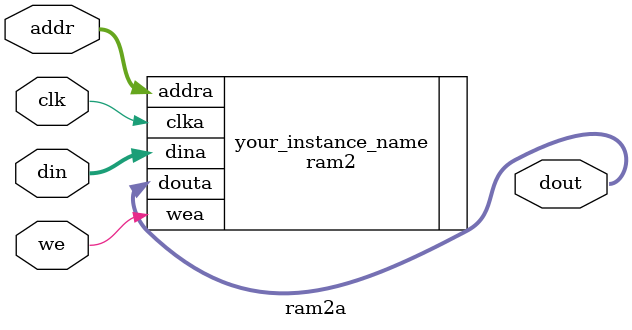
<source format=v>
`timescale 1ns / 1ps


module ram2a(
    input 	       clk,
    input 	       we,
    input 	[15:0] addr,
    input 	[15:0] din,
    output 	[15:0] dout
    );
	 
	 //----------- Begin Cut here for INSTANTIATION Template ---// INST_TAG
	ram2 your_instance_name (
	  .clka(clk), // input clka
	  .wea(we), // input [0 : 0] wea
	  .addra(addr), // input [7 : 0] addra
	  .dina(din), // input [15 : 0] dina
	  .douta(dout) // output [15 : 0] douta
	);
// INST_TAG_END ------ End INSTANTIATION Template ---------



endmodule

</source>
